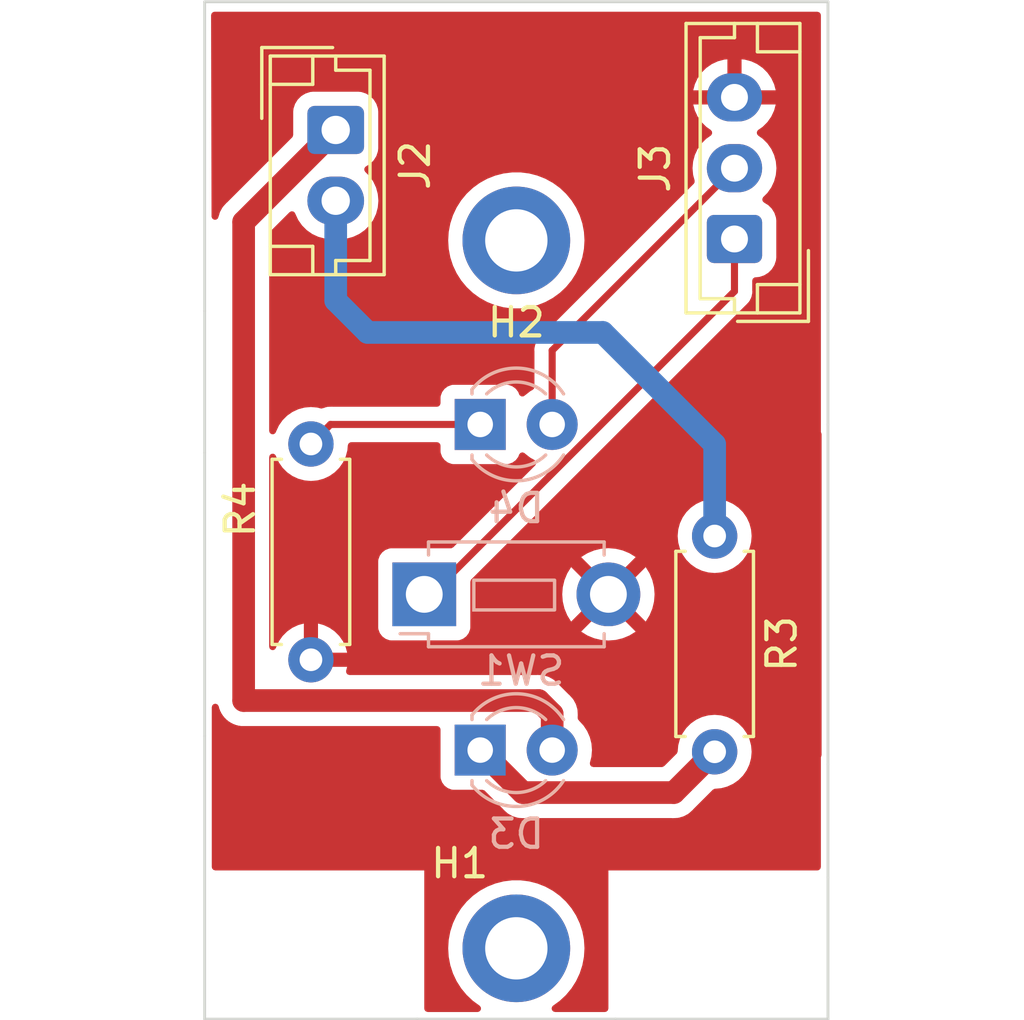
<source format=kicad_pcb>
(kicad_pcb (version 20221018) (generator pcbnew)
  (layers (0 "F.Cu" signal) (31 "B.Cu" signal) (34 "B.Paste" user) (35 "F.Paste" user) (36 "B.SilkS" user "B.Silkscreen") (37 "F.SilkS" user "F.Silkscreen") (38 "B.Mask" user) (39 "F.Mask" user) (44 "Edge.Cuts" user))
  (net 0 "")
  (net 1 "Net-(D3-K)")
  (net 2 "+9V")
  (net 3 "Net-(D4-K)")
  (net 4 "/LED_INPUT")
  (net 5 "GND")
  (net 6 "/BTN_INPUT")
  (net 7 "/LED_PCB")
  (footprint "Connector_JST:JST_EH_B2B-EH-A_1x02_P2.50mm_Vertical" (layer "F.Cu") (at 62.275 17.1 -90)
    (fp_text reference "J2" (at 1.25 -2.8 90) (layer "F.SilkS"))
    (fp_text value "BACKLIGHT_LED")
    (fp_line (start -2.91 0.11) (end -2.91 2.61) (stroke (width 0.12)) (layer "F.SilkS"))
    (fp_line (start -2.91 2.61) (end -0.41 2.61) (stroke (width 0.12)) (layer "F.SilkS"))
    (fp_line (start -2.61 -1.71) (end -2.61 2.31) (stroke (width 0.12)) (layer "F.SilkS"))
    (fp_line (start -2.61 0) (end -2.11 0) (stroke (width 0.12)) (layer "F.SilkS"))
    (fp_line (start -2.61 0.81) (end -1.61 0.81) (stroke (width 0.12)) (layer "F.SilkS"))
    (fp_line (start -2.61 2.31) (end 5.11 2.31) (stroke (width 0.12)) (layer "F.SilkS"))
    (fp_line (start -2.11 -1.21) (end 4.61 -1.21) (stroke (width 0.12)) (layer "F.SilkS"))
    (fp_line (start -2.11 0) (end -2.11 -1.21) (stroke (width 0.12)) (layer "F.SilkS"))
    (fp_line (start -1.61 0.81) (end -1.61 2.31) (stroke (width 0.12)) (layer "F.SilkS"))
    (fp_line (start 4.11 0.81) (end 4.11 2.31) (stroke (width 0.12)) (layer "F.SilkS"))
    (fp_line (start 4.61 -1.21) (end 4.61 0) (stroke (width 0.12)) (layer "F.SilkS"))
    (fp_line (start 4.61 0) (end 5.11 0) (stroke (width 0.12)) (layer "F.SilkS"))
    (fp_line (start 5.11 -1.71) (end -2.61 -1.71) (stroke (width 0.12)) (layer "F.SilkS"))
    (fp_line (start 5.11 0.81) (end 4.11 0.81) (stroke (width 0.12)) (layer "F.SilkS"))
    (fp_line (start 5.11 2.31) (end 5.11 -1.71) (stroke (width 0.12)) (layer "F.SilkS"))
    (pad "1" thru_hole roundrect (at 0 0 270) (size 1.7 2) (drill 1) (layers "*.Cu" "*.Mask") (roundrect_rratio 0.147059) (net 2 "+9V"))
    (pad "2" thru_hole oval (at 2.5 0 270) (size 1.7 2) (drill 1) (layers "*.Cu" "*.Mask") (net 7 "/LED_PCB"))
  )
  (footprint "Resistor_THT:R_Axial_DIN0207_L6.3mm_D2.5mm_P7.62mm_Horizontal" (layer "F.Cu") (at 75.65 31.44 -90)
    (fp_text reference "R3" (at 3.81 -2.37 90) (layer "F.SilkS"))
    (fp_text value "R")
    (fp_line (start 0.54 -1.37) (end 7.08 -1.37) (stroke (width 0.12)) (layer "F.SilkS"))
    (fp_line (start 0.54 -1.04) (end 0.54 -1.37) (stroke (width 0.12)) (layer "F.SilkS"))
    (fp_line (start 0.54 1.04) (end 0.54 1.37) (stroke (width 0.12)) (layer "F.SilkS"))
    (fp_line (start 0.54 1.37) (end 7.08 1.37) (stroke (width 0.12)) (layer "F.SilkS"))
    (fp_line (start 7.08 -1.37) (end 7.08 -1.04) (stroke (width 0.12)) (layer "F.SilkS"))
    (fp_line (start 7.08 1.37) (end 7.08 1.04) (stroke (width 0.12)) (layer "F.SilkS"))
    (pad "1" thru_hole circle (at 0 0 270) (size 1.6 1.6) (drill 0.8) (layers "*.Cu" "*.Mask") (net 7 "/LED_PCB"))
    (pad "2" thru_hole oval (at 7.62 0 270) (size 1.6 1.6) (drill 0.8) (layers "*.Cu" "*.Mask") (net 1 "Net-(D3-K)"))
  )
  (footprint "MountingHole:MountingHole_2.2mm_M2_DIN965_Pad_TopBottom" (layer "F.Cu") (at 68.65 21 180)
    (fp_text reference "H2" (at 0 -2.9) (layer "F.SilkS"))
    (fp_text value "MountingHole")
    (pad "1" thru_hole circle (at 0 0 180) (size 2.6 2.6) (drill 2.2) (layers "*.Cu" "*.Mask"))
    (pad "1" connect circle (at 0 0 180) (size 3.8 3.8) (layers "F.Cu" "F.Mask"))
    (pad "1" connect circle (at 0 0 180) (size 3.8 3.8) (layers "B.Cu" "B.Mask"))
  )
  (footprint "MountingHole:MountingHole_2.2mm_M2_DIN965_Pad_TopBottom" (layer "F.Cu") (at 68.65 46 180)
    (fp_text reference "H1" (at 2 3) (layer "F.SilkS"))
    (fp_text value "MountingHole")
    (pad "1" thru_hole circle (at 0 0 180) (size 2.6 2.6) (drill 2.2) (layers "*.Cu" "*.Mask"))
    (pad "1" connect circle (at 0 0 180) (size 3.8 3.8) (layers "F.Cu" "F.Mask"))
    (pad "1" connect circle (at 0 0 180) (size 3.8 3.8) (layers "B.Cu" "B.Mask"))
  )
  (footprint "Resistor_THT:R_Axial_DIN0207_L6.3mm_D2.5mm_P7.62mm_Horizontal" (layer "F.Cu") (at 61.4 28.19 -90)
    (fp_text reference "R4" (at 2.31 2.5 90) (layer "F.SilkS"))
    (fp_text value "R")
    (fp_line (start 0.54 -1.37) (end 7.08 -1.37) (stroke (width 0.12)) (layer "F.SilkS"))
    (fp_line (start 0.54 -1.04) (end 0.54 -1.37) (stroke (width 0.12)) (layer "F.SilkS"))
    (fp_line (start 0.54 1.04) (end 0.54 1.37) (stroke (width 0.12)) (layer "F.SilkS"))
    (fp_line (start 0.54 1.37) (end 7.08 1.37) (stroke (width 0.12)) (layer "F.SilkS"))
    (fp_line (start 7.08 -1.37) (end 7.08 -1.04) (stroke (width 0.12)) (layer "F.SilkS"))
    (fp_line (start 7.08 1.37) (end 7.08 1.04) (stroke (width 0.12)) (layer "F.SilkS"))
    (pad "1" thru_hole circle (at 0 0 270) (size 1.6 1.6) (drill 0.8) (layers "*.Cu" "*.Mask") (net 3 "Net-(D4-K)"))
    (pad "2" thru_hole oval (at 7.62 0 270) (size 1.6 1.6) (drill 0.8) (layers "*.Cu" "*.Mask") (net 5 "GND"))
  )
  (footprint "Connector_JST:JST_EH_B3B-EH-A_1x03_P2.50mm_Vertical" (layer "F.Cu") (at 76.35 20.95 90)
    (fp_text reference "J3" (at 2.5 -2.8 90) (layer "F.SilkS"))
    (fp_text value "BTN+LED")
    (fp_line (start -2.91 0.11) (end -2.91 2.61) (stroke (width 0.12)) (layer "F.SilkS"))
    (fp_line (start -2.91 2.61) (end -0.41 2.61) (stroke (width 0.12)) (layer "F.SilkS"))
    (fp_line (start -2.61 -1.71) (end -2.61 2.31) (stroke (width 0.12)) (layer "F.SilkS"))
    (fp_line (start -2.61 0) (end -2.11 0) (stroke (width 0.12)) (layer "F.SilkS"))
    (fp_line (start -2.61 0.81) (end -1.61 0.81) (stroke (width 0.12)) (layer "F.SilkS"))
    (fp_line (start -2.61 2.31) (end 7.61 2.31) (stroke (width 0.12)) (layer "F.SilkS"))
    (fp_line (start -2.11 -1.21) (end 7.11 -1.21) (stroke (width 0.12)) (layer "F.SilkS"))
    (fp_line (start -2.11 0) (end -2.11 -1.21) (stroke (width 0.12)) (layer "F.SilkS"))
    (fp_line (start -1.61 0.81) (end -1.61 2.31) (stroke (width 0.12)) (layer "F.SilkS"))
    (fp_line (start 6.61 0.81) (end 6.61 2.31) (stroke (width 0.12)) (layer "F.SilkS"))
    (fp_line (start 7.11 -1.21) (end 7.11 0) (stroke (width 0.12)) (layer "F.SilkS"))
    (fp_line (start 7.11 0) (end 7.61 0) (stroke (width 0.12)) (layer "F.SilkS"))
    (fp_line (start 7.61 -1.71) (end -2.61 -1.71) (stroke (width 0.12)) (layer "F.SilkS"))
    (fp_line (start 7.61 0.81) (end 6.61 0.81) (stroke (width 0.12)) (layer "F.SilkS"))
    (fp_line (start 7.61 2.31) (end 7.61 -1.71) (stroke (width 0.12)) (layer "F.SilkS"))
    (pad "1" thru_hole roundrect (at 0 0 90) (size 1.7 1.95) (drill 0.95) (layers "*.Cu" "*.Mask") (roundrect_rratio 0.147059) (net 6 "/BTN_INPUT"))
    (pad "2" thru_hole oval (at 2.5 0 90) (size 1.7 1.95) (drill 0.95) (layers "*.Cu" "*.Mask") (net 4 "/LED_INPUT"))
    (pad "3" thru_hole oval (at 5 0 90) (size 1.7 1.95) (drill 0.95) (layers "*.Cu" "*.Mask") (net 5 "GND"))
  )
  (footprint "LED_THT:LED_D3.0mm" (layer "B.Cu") (at 67.375 27.5)
    (fp_text reference "D4" (at 1.27 2.96) (layer "B.SilkS") (effects (justify mirror)))
    (fp_text value "LED")
    (fp_line (start -0.29 -1.08) (end -0.29 -1.236) (stroke (width 0.12)) (layer "B.SilkS"))
    (fp_line (start -0.29 1.236) (end -0.29 1.08) (stroke (width 0.12)) (layer "B.SilkS"))
    (fp_arc (start -0.29 -1.235516) (mid 1.366487 -1.987659) (end 2.942335 -1.078608) (stroke (width 0.12)) (layer "B.SilkS"))
    (fp_arc (start 0.229039 -1.08) (mid 1.270117 -1.5) (end 2.31113 -1.079837) (stroke (width 0.12)) (layer "B.SilkS"))
    (fp_arc (start 2.31113 1.079837) (mid 1.270117 1.5) (end 0.229039 1.08) (stroke (width 0.12)) (layer "B.SilkS"))
    (fp_arc (start 2.942335 1.078608) (mid 1.366487 1.987659) (end -0.29 1.235516) (stroke (width 0.12)) (layer "B.SilkS"))
    (pad "1" thru_hole rect (at 0 0) (size 1.8 1.8) (drill 0.9) (layers "*.Cu" "*.Mask") (net 3 "Net-(D4-K)"))
    (pad "2" thru_hole circle (at 2.54 0) (size 1.8 1.8) (drill 0.9) (layers "*.Cu" "*.Mask") (net 4 "/LED_INPUT"))
  )
  (footprint "Button_Switch_THT:SW_PUSH_1P1T_6x3.5mm_H4.3_APEM_MJTP1243" (layer "B.Cu") (at 65.4 33.5)
    (fp_text reference "SW1" (at 3.42 2.7) (layer "B.SilkS") (effects (justify mirror)))
    (fp_text value "SW_Push")
    (fp_line (start 0.15 -1.85) (end 6.35 -1.85) (stroke (width 0.12)) (layer "B.SilkS"))
    (fp_line (start 0.15 -1.39) (end 0.15 -1.85) (stroke (width 0.12)) (layer "B.SilkS"))
    (fp_line (start 0.15 1.39) (end -0.85 1.39) (stroke (width 0.12)) (layer "B.SilkS"))
    (fp_line (start 0.15 1.85) (end 0.15 1.39) (stroke (width 0.12)) (layer "B.SilkS"))
    (fp_line (start 6.35 -1.39) (end 6.35 -1.85) (stroke (width 0.12)) (layer "B.SilkS"))
    (fp_line (start 6.35 1.85) (end 0.15 1.85) (stroke (width 0.12)) (layer "B.SilkS"))
    (fp_line (start 6.35 1.85) (end 6.35 1.39) (stroke (width 0.12)) (layer "B.SilkS"))
    (fp_rect (start 1.75 0.55) (end 4.6 -0.5) (stroke (width 0.12)) (fill none) (layer "B.SilkS"))
    (pad "1" thru_hole rect (at 0 0 270) (size 2.25 2.25) (drill 1.3) (layers "*.Cu" "*.Mask") (net 6 "/BTN_INPUT"))
    (pad "2" thru_hole circle (at 6.5 0 270) (size 2.25 2.25) (drill 1.3) (layers "*.Cu" "*.Mask") (net 5 "GND"))
  )
  (footprint "LED_THT:LED_D3.0mm" (layer "B.Cu") (at 67.375 39)
    (fp_text reference "D3" (at 1.27 2.96) (layer "B.SilkS") (effects (justify mirror)))
    (fp_text value "LED")
    (fp_line (start -0.29 -1.08) (end -0.29 -1.236) (stroke (width 0.12)) (layer "B.SilkS"))
    (fp_line (start -0.29 1.236) (end -0.29 1.08) (stroke (width 0.12)) (layer "B.SilkS"))
    (fp_arc (start -0.29 -1.235516) (mid 1.366487 -1.987659) (end 2.942335 -1.078608) (stroke (width 0.12)) (layer "B.SilkS"))
    (fp_arc (start 0.229039 -1.08) (mid 1.270117 -1.5) (end 2.31113 -1.079837) (stroke (width 0.12)) (layer "B.SilkS"))
    (fp_arc (start 2.31113 1.079837) (mid 1.270117 1.5) (end 0.229039 1.08) (stroke (width 0.12)) (layer "B.SilkS"))
    (fp_arc (start 2.942335 1.078608) (mid 1.366487 1.987659) (end -0.29 1.235516) (stroke (width 0.12)) (layer "B.SilkS"))
    (pad "1" thru_hole rect (at 0 0) (size 1.8 1.8) (drill 0.9) (layers "*.Cu" "*.Mask") (net 1 "Net-(D3-K)"))
    (pad "2" thru_hole circle (at 2.54 0) (size 1.8 1.8) (drill 0.9) (layers "*.Cu" "*.Mask") (net 2 "+9V"))
  )
  (gr_line (start 57.65 28.5) (end 57.65 23.5) (stroke (width 0.1)) (layer "Edge.Cuts"))
  (gr_line (start 79.65 39.5) (end 79.65 43.5) (stroke (width 0.1)) (layer "Edge.Cuts"))
  (gr_line (start 65.15 48.5) (end 57.65 48.5) (stroke (width 0.1)) (layer "Edge.Cuts"))
  (gr_line (start 79.65 12.575) (end 79.65 23.5) (stroke (width 0.1)) (layer "Edge.Cuts"))
  (gr_line (start 72.15 48.5) (end 65.15 48.5) (stroke (width 0.1)) (layer "Edge.Cuts"))
  (gr_line (start 79.65 23.5) (end 79.65 27.5) (stroke (width 0.1)) (layer "Edge.Cuts"))
  (gr_line (start 79.65 43.5) (end 79.65 48.5) (stroke (width 0.1)) (layer "Edge.Cuts"))
  (gr_line (start 57.65 38.5) (end 57.65 28.5) (stroke (width 0.1)) (layer "Edge.Cuts"))
  (gr_line (start 79.65 48.5) (end 72.15 48.5) (stroke (width 0.1)) (layer "Edge.Cuts"))
  (gr_line (start 79.65 27.5) (end 79.65 39.5) (stroke (width 0.1)) (layer "Edge.Cuts"))
  (gr_line (start 57.65 12.575) (end 79.65 12.575) (stroke (width 0.1)) (layer "Edge.Cuts"))
  (gr_line (start 57.65 48.5) (end 57.65 38.5) (stroke (width 0.1)) (layer "Edge.Cuts"))
  (gr_line (start 57.65 23.5) (end 57.65 12.575) (stroke (width 0.1)) (layer "Edge.Cuts"))
  (segment (start 67.375 39) (end 68.875 40.5) (width 0.8) (layer "F.Cu") (net 1))
  (segment (start 68.875 40.5) (end 74.21 40.5) (width 0.8) (layer "F.Cu") (net 1))
  (segment (start 74.21 40.5) (end 75.65 39.06) (width 0.8) (layer "F.Cu") (net 1))
  (segment (start 59.025 20.35) (end 62.275 17.1) (width 0.8) (layer "F.Cu") (net 2))
  (segment (start 69.437792 37.25) (end 59.025 37.25) (width 0.8) (layer "F.Cu") (net 2))
  (segment (start 69.915 37.727208) (end 69.437792 37.25) (width 0.8) (layer "F.Cu") (net 2))
  (segment (start 69.915 38.54) (end 69.915 39) (width 0.8) (layer "F.Cu") (net 2))
  (segment (start 69.915 39) (end 69.915 37.727208) (width 0.8) (layer "F.Cu") (net 2))
  (segment (start 59.025 37.25) (end 59.025 20.35) (width 0.8) (layer "F.Cu") (net 2))
  (segment (start 62.09 27.5) (end 61.4 28.19) (width 0.25) (layer "F.Cu") (net 3))
  (segment (start 67.375 27.5) (end 62.09 27.5) (width 0.25) (layer "F.Cu") (net 3))
  (segment (start 69.915 24.885) (end 76.35 18.45) (width 0.25) (layer "F.Cu") (net 4))
  (segment (start 69.915 27.5) (end 69.915 24.885) (width 0.25) (layer "F.Cu") (net 4))
  (segment (start 76.35 20.95) (end 76.35 22.797412) (width 0.25) (layer "F.Cu") (net 6))
  (segment (start 76.35 22.797412) (end 65.647412 33.5) (width 0.25) (layer "F.Cu") (net 6))
  (segment (start 65.647412 33.5) (end 65.4 33.5) (width 0.25) (layer "F.Cu") (net 6))
  (segment (start 63.4 24.25) (end 62.275 23.125) (width 0.8) (layer "B.Cu") (net 7))
  (segment (start 71.7 24.25) (end 63.4 24.25) (width 0.8) (layer "B.Cu") (net 7))
  (segment (start 75.65 31.44) (end 75.65 28.2) (width 0.8) (layer "B.Cu") (net 7))
  (segment (start 75.65 28.2) (end 71.7 24.25) (width 0.8) (layer "B.Cu") (net 7))
  (segment (start 62.275 23.125) (end 62.275 19.6) (width 0.8) (layer "B.Cu") (net 7))
  (zone (net 5) (net_name "GND") (layer "F.Cu") (connect_pads (clearance 0.5)) (min_thickness 0.25) (fill yes (thermal_gap 0.5) (thermal_bridge_width 0.5))
    (polygon (pts (xy 79.4 43.25) (xy 71.9 43.25) (xy 71.9 48.25) (xy 65.4 48.25) (xy 65.4 43.25) (xy 57.9 43.25) (xy 57.9 38.25) (xy 57.9 38.225) (xy 57.9 28.725) (xy 57.9 28.75) (xy 57.9 23.75) (xy 57.875 12.925) (xy 65.4 12.925) (xy 71.9 12.925) (xy 79.4 12.925) (xy 79.4 23.75) (xy 79.4 27.75) (xy 79.425 27.725) (xy 79.425 39.225) (xy 79.4 39.25)))
  )
)
</source>
